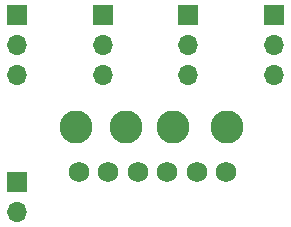
<source format=gbr>
%TF.GenerationSoftware,KiCad,Pcbnew,9.0.0*%
%TF.CreationDate,2025-08-25T22:36:10-05:00*%
%TF.ProjectId,ThermistorBreakoutPCB,54686572-6d69-4737-946f-72427265616b,rev?*%
%TF.SameCoordinates,Original*%
%TF.FileFunction,Soldermask,Bot*%
%TF.FilePolarity,Negative*%
%FSLAX46Y46*%
G04 Gerber Fmt 4.6, Leading zero omitted, Abs format (unit mm)*
G04 Created by KiCad (PCBNEW 9.0.0) date 2025-08-25 22:36:10*
%MOMM*%
%LPD*%
G01*
G04 APERTURE LIST*
%ADD10R,1.700000X1.700000*%
%ADD11O,1.700000X1.700000*%
%ADD12C,1.752600*%
%ADD13C,2.800000*%
G04 APERTURE END LIST*
D10*
%TO.C,J4*%
X124000000Y-40170000D03*
D11*
X124000000Y-42710000D03*
X124000000Y-45250000D03*
%TD*%
D12*
%TO.C,J8*%
X127216600Y-53441895D03*
X124716600Y-53441895D03*
X122216600Y-53441895D03*
X119716600Y-53441895D03*
X117216600Y-53441895D03*
X114716600Y-53441895D03*
%TD*%
D10*
%TO.C,J6*%
X109500000Y-40170000D03*
D11*
X109500000Y-42710000D03*
X109500000Y-45250000D03*
%TD*%
D13*
%TO.C,TP11*%
X127250000Y-49641700D03*
%TD*%
%TO.C,TP10*%
X122750000Y-49641700D03*
%TD*%
%TO.C,TP9*%
X114500000Y-49641700D03*
%TD*%
D10*
%TO.C,J5*%
X116750000Y-40170000D03*
D11*
X116750000Y-42710000D03*
X116750000Y-45250000D03*
%TD*%
D13*
%TO.C,TP8*%
X118750000Y-49641700D03*
%TD*%
D10*
%TO.C,J3*%
X131250000Y-40170000D03*
D11*
X131250000Y-42710000D03*
X131250000Y-45250000D03*
%TD*%
D10*
%TO.C,J1*%
X109500000Y-54250000D03*
D11*
X109500000Y-56790000D03*
%TD*%
M02*

</source>
